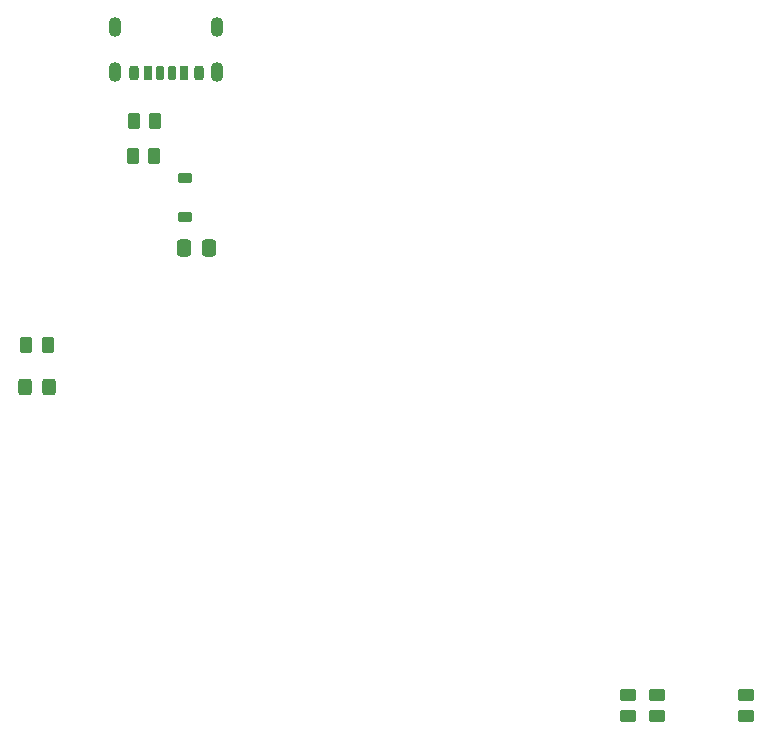
<source format=gbr>
%TF.GenerationSoftware,KiCad,Pcbnew,8.0.3*%
%TF.CreationDate,2024-07-15T12:03:27+02:00*%
%TF.ProjectId,nanoComp,6e616e6f-436f-46d7-902e-6b696361645f,A*%
%TF.SameCoordinates,Original*%
%TF.FileFunction,Paste,Top*%
%TF.FilePolarity,Positive*%
%FSLAX46Y46*%
G04 Gerber Fmt 4.6, Leading zero omitted, Abs format (unit mm)*
G04 Created by KiCad (PCBNEW 8.0.3) date 2024-07-15 12:03:27*
%MOMM*%
%LPD*%
G01*
G04 APERTURE LIST*
G04 Aperture macros list*
%AMRoundRect*
0 Rectangle with rounded corners*
0 $1 Rounding radius*
0 $2 $3 $4 $5 $6 $7 $8 $9 X,Y pos of 4 corners*
0 Add a 4 corners polygon primitive as box body*
4,1,4,$2,$3,$4,$5,$6,$7,$8,$9,$2,$3,0*
0 Add four circle primitives for the rounded corners*
1,1,$1+$1,$2,$3*
1,1,$1+$1,$4,$5*
1,1,$1+$1,$6,$7*
1,1,$1+$1,$8,$9*
0 Add four rect primitives between the rounded corners*
20,1,$1+$1,$2,$3,$4,$5,0*
20,1,$1+$1,$4,$5,$6,$7,0*
20,1,$1+$1,$6,$7,$8,$9,0*
20,1,$1+$1,$8,$9,$2,$3,0*%
G04 Aperture macros list end*
%ADD10RoundRect,0.175000X0.175000X0.425000X-0.175000X0.425000X-0.175000X-0.425000X0.175000X-0.425000X0*%
%ADD11RoundRect,0.190000X-0.190000X-0.410000X0.190000X-0.410000X0.190000X0.410000X-0.190000X0.410000X0*%
%ADD12RoundRect,0.200000X-0.200000X-0.400000X0.200000X-0.400000X0.200000X0.400000X-0.200000X0.400000X0*%
%ADD13RoundRect,0.175000X-0.175000X-0.425000X0.175000X-0.425000X0.175000X0.425000X-0.175000X0.425000X0*%
%ADD14RoundRect,0.190000X0.190000X0.410000X-0.190000X0.410000X-0.190000X-0.410000X0.190000X-0.410000X0*%
%ADD15RoundRect,0.200000X0.200000X0.400000X-0.200000X0.400000X-0.200000X-0.400000X0.200000X-0.400000X0*%
%ADD16O,1.100000X1.700000*%
%ADD17RoundRect,0.250000X-0.337500X-0.475000X0.337500X-0.475000X0.337500X0.475000X-0.337500X0.475000X0*%
%ADD18RoundRect,0.250000X0.262500X0.450000X-0.262500X0.450000X-0.262500X-0.450000X0.262500X-0.450000X0*%
%ADD19RoundRect,0.250000X0.325000X0.450000X-0.325000X0.450000X-0.325000X-0.450000X0.325000X-0.450000X0*%
%ADD20RoundRect,0.250000X0.450000X-0.262500X0.450000X0.262500X-0.450000X0.262500X-0.450000X-0.262500X0*%
%ADD21RoundRect,0.250000X-0.450000X0.262500X-0.450000X-0.262500X0.450000X-0.262500X0.450000X0.262500X0*%
%ADD22RoundRect,0.225000X0.375000X-0.225000X0.375000X0.225000X-0.375000X0.225000X-0.375000X-0.225000X0*%
G04 APERTURE END LIST*
D10*
%TO.C,J1*%
X104447427Y-65461348D03*
D11*
X102427427Y-65461348D03*
D12*
X101197427Y-65461348D03*
D13*
X103447427Y-65461348D03*
D14*
X105467427Y-65461348D03*
D15*
X106697427Y-65461348D03*
D16*
X108267427Y-65381348D03*
X108267427Y-61581348D03*
X99627427Y-65381348D03*
X99627427Y-61581348D03*
%TD*%
D17*
%TO.C,C1*%
X105462500Y-80250000D03*
X107537500Y-80250000D03*
%TD*%
D18*
%TO.C,R1*%
X103000000Y-69500000D03*
X101175000Y-69500000D03*
%TD*%
%TO.C,R3*%
X93912500Y-88500000D03*
X92087500Y-88500000D03*
%TD*%
D19*
%TO.C,D2*%
X94050000Y-92000000D03*
X92000000Y-92000000D03*
%TD*%
D20*
%TO.C,R4*%
X145500000Y-119912500D03*
X145500000Y-118087500D03*
%TD*%
D21*
%TO.C,R5*%
X153000000Y-118087500D03*
X153000000Y-119912500D03*
%TD*%
D22*
%TO.C,D1*%
X105500000Y-77650000D03*
X105500000Y-74350000D03*
%TD*%
D18*
%TO.C,R2*%
X102912500Y-72500000D03*
X101087500Y-72500000D03*
%TD*%
D21*
%TO.C,R6*%
X143000000Y-118087500D03*
X143000000Y-119912500D03*
%TD*%
M02*

</source>
